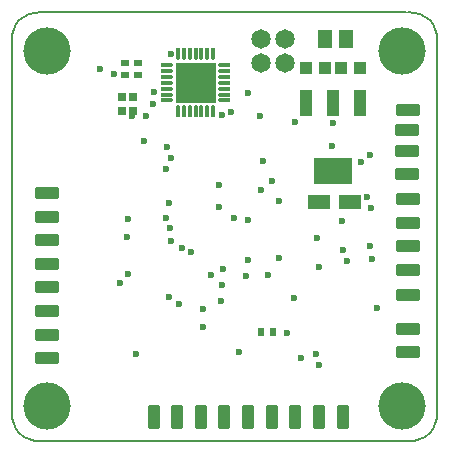
<source format=gbr>
G04 PROTEUS RS274X GERBER FILE*
%FSLAX45Y45*%
%MOMM*%
G01*
%ADD18C,0.600000*%
%ADD30C,4.000000*%
%AMPPAD034*
4,1,23,
-0.500000,-0.150000,
0.350000,-0.150000,
0.365590,-0.149240,
0.380670,-0.147020,
0.409030,-0.138430,
0.434540,-0.124790,
0.456640,-0.106640,
0.474790,-0.084540,
0.488430,-0.059030,
0.497020,-0.030670,
0.499240,-0.015590,
0.500000,0.000000,
0.499240,0.015590,
0.497020,0.030670,
0.488430,0.059030,
0.474790,0.084540,
0.456640,0.106640,
0.434540,0.124790,
0.409030,0.138430,
0.380670,0.147020,
0.365590,0.149240,
0.350000,0.150000,
-0.500000,0.150000,
-0.500000,-0.150000,
0*%
%ADD40PPAD034*%
%AMPPAD035*
4,1,23,
-0.150000,0.500000,
-0.150000,-0.350000,
-0.149240,-0.365590,
-0.147020,-0.380670,
-0.138430,-0.409030,
-0.124790,-0.434540,
-0.106640,-0.456640,
-0.084540,-0.474790,
-0.059030,-0.488430,
-0.030670,-0.497020,
-0.015590,-0.499240,
0.000000,-0.500000,
0.015590,-0.499240,
0.030670,-0.497020,
0.059030,-0.488430,
0.084540,-0.474790,
0.106640,-0.456640,
0.124790,-0.434540,
0.138430,-0.409030,
0.147020,-0.380670,
0.149240,-0.365590,
0.150000,-0.350000,
0.150000,0.500000,
-0.150000,0.500000,
0*%
%ADD41PPAD035*%
%AMPPAD036*
4,1,23,
0.500000,0.150000,
-0.350000,0.150000,
-0.365590,0.149240,
-0.380670,0.147020,
-0.409030,0.138430,
-0.434540,0.124790,
-0.456640,0.106640,
-0.474790,0.084540,
-0.488430,0.059030,
-0.497020,0.030670,
-0.499240,0.015590,
-0.500000,0.000000,
-0.499240,-0.015590,
-0.497020,-0.030670,
-0.488430,-0.059030,
-0.474790,-0.084540,
-0.456640,-0.106640,
-0.434540,-0.124790,
-0.409030,-0.138430,
-0.380670,-0.147020,
-0.365590,-0.149240,
-0.350000,-0.150000,
0.500000,-0.150000,
0.500000,0.150000,
0*%
%ADD42PPAD036*%
%AMPPAD037*
4,1,23,
0.150000,-0.500000,
0.150000,0.350000,
0.149240,0.365590,
0.147020,0.380670,
0.138430,0.409030,
0.124790,0.434540,
0.106640,0.456640,
0.084540,0.474790,
0.059030,0.488430,
0.030670,0.497020,
0.015590,0.499240,
0.000000,0.500000,
-0.015590,0.499240,
-0.030670,0.497020,
-0.059030,0.488430,
-0.084540,0.474790,
-0.106640,0.456640,
-0.124790,0.434540,
-0.138430,0.409030,
-0.147020,0.380670,
-0.149240,0.365590,
-0.150000,0.350000,
-0.150000,-0.500000,
0.150000,-0.500000,
0*%
%ADD43PPAD037*%
%AMPPAD065*
4,1,4,
-1.675000,-1.675000,
1.675000,-1.675000,
1.675000,1.675000,
-1.675000,1.675000,
-1.675000,-1.675000,
0*%
%ADD75PPAD065*%
%AMPPAD066*
4,1,4,
0.304800,-0.304800,
0.304800,0.304800,
-0.304800,0.304800,
-0.304800,-0.304800,
0.304800,-0.304800,
0*%
%ADD76PPAD066*%
%AMPPAD067*
4,1,4,
-0.304800,0.279400,
-0.304800,-0.279400,
0.304800,-0.279400,
0.304800,0.279400,
-0.304800,0.279400,
0*%
%ADD77PPAD067*%
%AMPPAD068*
4,1,4,
-0.571500,-0.723900,
0.571500,-0.723900,
0.571500,0.723900,
-0.571500,0.723900,
-0.571500,-0.723900,
0*%
%ADD78PPAD068*%
%AMPPAD069*
4,1,4,
0.469900,1.079500,
-0.469900,1.079500,
-0.469900,-1.079500,
0.469900,-1.079500,
0.469900,1.079500,
0*%
%ADD79PPAD069*%
%AMPPAD070*
4,1,4,
-1.625600,1.079500,
-1.625600,-1.079500,
1.625600,-1.079500,
1.625600,1.079500,
-1.625600,1.079500,
0*%
%ADD80PPAD070*%
%AMPPAD071*
4,1,4,
0.469900,0.495300,
-0.469900,0.495300,
-0.469900,-0.495300,
0.469900,-0.495300,
0.469900,0.495300,
0*%
%ADD81PPAD071*%
%AMPPAD072*
4,1,4,
0.901700,-0.622300,
0.901700,0.622300,
-0.901700,0.622300,
-0.901700,-0.622300,
0.901700,-0.622300,
0*%
%ADD82PPAD072*%
%AMPPAD026*
4,1,36,
-0.279400,1.016000,
0.279400,1.016000,
0.326140,1.011450,
0.369360,0.998360,
0.408240,0.977570,
0.441920,0.949920,
0.469570,0.916240,
0.490360,0.877360,
0.503450,0.834140,
0.508000,0.787400,
0.508000,-0.787400,
0.503450,-0.834140,
0.490360,-0.877360,
0.469570,-0.916240,
0.441920,-0.949920,
0.408240,-0.977570,
0.369360,-0.998360,
0.326140,-1.011450,
0.279400,-1.016000,
-0.279400,-1.016000,
-0.326140,-1.011450,
-0.369360,-0.998360,
-0.408240,-0.977570,
-0.441920,-0.949920,
-0.469570,-0.916240,
-0.490360,-0.877360,
-0.503450,-0.834140,
-0.508000,-0.787400,
-0.508000,0.787400,
-0.503450,0.834140,
-0.490360,0.877360,
-0.469570,0.916240,
-0.441920,0.949920,
-0.408240,0.977570,
-0.369360,0.998360,
-0.326140,1.011450,
-0.279400,1.016000,
0*%
%ADD32PPAD026*%
%AMPPAD027*
4,1,36,
1.016000,0.279400,
1.016000,-0.279400,
1.011450,-0.326140,
0.998360,-0.369360,
0.977570,-0.408240,
0.949920,-0.441920,
0.916240,-0.469570,
0.877360,-0.490360,
0.834140,-0.503450,
0.787400,-0.508000,
-0.787400,-0.508000,
-0.834140,-0.503450,
-0.877360,-0.490360,
-0.916240,-0.469570,
-0.949920,-0.441920,
-0.977570,-0.408240,
-0.998360,-0.369360,
-1.011450,-0.326140,
-1.016000,-0.279400,
-1.016000,0.279400,
-1.011450,0.326140,
-0.998360,0.369360,
-0.977570,0.408240,
-0.949920,0.441920,
-0.916240,0.469570,
-0.877360,0.490360,
-0.834140,0.503450,
-0.787400,0.508000,
0.787400,0.508000,
0.834140,0.503450,
0.877360,0.490360,
0.916240,0.469570,
0.949920,0.441920,
0.977570,0.408240,
0.998360,0.369360,
1.011450,0.326140,
1.016000,0.279400,
0*%
%ADD33PPAD027*%
%AMPPAD073*
4,1,4,
0.279400,0.304800,
-0.279400,0.304800,
-0.279400,-0.304800,
0.279400,-0.304800,
0.279400,0.304800,
0*%
%ADD83PPAD073*%
%ADD74C,1.651000*%
%ADD13C,0.203200*%
D18*
X+1900823Y+1898135D03*
X+902641Y+2655444D03*
X+893163Y+2553261D03*
X+1685628Y+1095824D03*
X+563009Y+2806884D03*
X+1806531Y+1819189D03*
X+1030239Y+1713743D03*
X+1007892Y+2002799D03*
X+1050823Y+2098135D03*
X+2422271Y+2387202D03*
X+2543326Y+2057053D03*
X+2414347Y+2200031D03*
X+1390441Y+1100919D03*
X+1322057Y+819241D03*
X+2033474Y+609913D03*
X+721411Y+2452511D03*
X+1621790Y+450272D03*
X+2505288Y+1312153D03*
X+2280000Y+1420000D03*
X+835623Y+2452976D03*
X+1703926Y+1567791D03*
X+750823Y+438135D03*
X+2300000Y+340000D03*
X+1470000Y+880000D03*
X+1490823Y+1158135D03*
X+1800823Y+2448135D03*
X+1700823Y+2648135D03*
X+2730000Y+2120000D03*
X+2795375Y+822687D03*
X+1963312Y+1247819D03*
X+1560000Y+2480000D03*
X+450000Y+2850000D03*
X+1482934Y+2457686D03*
X+2498776Y+1556793D03*
X+1047080Y+2974179D03*
X+1012219Y+2191131D03*
X+821510Y+2237448D03*
X+2300000Y+1720000D03*
X+684976Y+1573884D03*
X+1870000Y+1100000D03*
X+2092523Y+905535D03*
X+2304027Y+1175239D03*
X+1454903Y+1869124D03*
X+1699805Y+1227114D03*
X+1825798Y+2071445D03*
X+1030000Y+920000D03*
X+1117727Y+855682D03*
X+1050000Y+1390000D03*
X+1036410Y+1504020D03*
X+1002548Y+1587452D03*
X+1582900Y+1583307D03*
X+1220000Y+1300000D03*
X+620000Y+1040000D03*
X+1453641Y+1681342D03*
X+1140000Y+1330000D03*
X+680000Y+1110000D03*
X+1480000Y+1020000D03*
X+1317823Y+664235D03*
X+1960000Y+1730000D03*
X+2660000Y+2060000D03*
X+2590000Y+1730000D03*
X+2710000Y+1760000D03*
X+2100823Y+2398135D03*
X+2271346Y+436956D03*
X+2748165Y+1236247D03*
X+2540047Y+1225819D03*
X+2150823Y+400000D03*
X+2730000Y+1350000D03*
X+2744740Y+1667174D03*
X+674332Y+1429095D03*
D30*
X+823Y-1865D03*
X+823Y+2998135D03*
X+3000823Y+2998135D03*
X+3000823Y-1865D03*
D40*
X+1015623Y+2581935D03*
X+1015623Y+2631935D03*
X+1015623Y+2681935D03*
X+1015623Y+2731935D03*
X+1015623Y+2781935D03*
X+1015623Y+2831935D03*
X+1015623Y+2881935D03*
D41*
X+1105623Y+2971935D03*
X+1155623Y+2971935D03*
X+1205623Y+2971935D03*
X+1255623Y+2971935D03*
X+1305623Y+2971935D03*
X+1355623Y+2971935D03*
X+1405623Y+2971935D03*
D42*
X+1495623Y+2881935D03*
X+1495623Y+2831935D03*
X+1495623Y+2781935D03*
X+1495623Y+2731935D03*
X+1495623Y+2681935D03*
X+1495623Y+2631935D03*
X+1495623Y+2581935D03*
D43*
X+1405623Y+2491935D03*
X+1355623Y+2491935D03*
X+1305623Y+2491935D03*
X+1255623Y+2491935D03*
X+1205623Y+2491935D03*
X+1155623Y+2491935D03*
X+1105623Y+2491935D03*
D75*
X+1255623Y+2731935D03*
D76*
X+722023Y+2493035D03*
X+632023Y+2493035D03*
X+722023Y+2612931D03*
X+632023Y+2612931D03*
D77*
X+657423Y+2899435D03*
X+657423Y+2799435D03*
X+771723Y+2797835D03*
X+771723Y+2897835D03*
D78*
X+2350823Y+3098135D03*
X+2530823Y+3098135D03*
D79*
X+2190823Y+2560195D03*
X+2420823Y+2560195D03*
X+2650823Y+2560195D03*
D80*
X+2420823Y+1980195D03*
D81*
X+2350823Y+2860195D03*
X+2190823Y+2860195D03*
X+2650823Y+2860195D03*
X+2490823Y+2860195D03*
D82*
X+2560000Y+1720000D03*
X+2300000Y+1720000D03*
D32*
X+1500823Y-101865D03*
X+1700823Y-101865D03*
X+1900823Y-101865D03*
X+2100823Y-101865D03*
X+2300823Y-101865D03*
X+2500823Y-101865D03*
D33*
X+823Y+798135D03*
X+823Y+598135D03*
X+823Y+398135D03*
X+823Y+1398135D03*
X+823Y+1198135D03*
X+823Y+998135D03*
X+823Y+1798135D03*
X+823Y+1598135D03*
X+3050000Y+2150000D03*
X+3050000Y+2330000D03*
X+3050823Y+2498135D03*
X+3050823Y+448135D03*
X+3050823Y+648135D03*
X+3050823Y+1148135D03*
X+3050823Y+1348135D03*
X+3050823Y+1548135D03*
X+3050823Y+1748135D03*
D32*
X+1300823Y-101865D03*
X+1100823Y-101865D03*
X+900823Y-101865D03*
D83*
X+1910823Y+618135D03*
X+1810823Y+618135D03*
D33*
X+3050000Y+1960000D03*
X+3050823Y+938135D03*
D74*
X+2010000Y+2900000D03*
X+1810000Y+2900000D03*
X+2010000Y+3100000D03*
X+1810000Y+3100000D03*
D13*
X-299177Y+3078135D02*
X-295100Y+3135532D01*
X-282966Y+3185752D01*
X-262922Y+3228648D01*
X-235114Y+3264072D01*
X-199689Y+3291880D01*
X-156794Y+3311924D01*
X-106574Y+3324058D01*
X-49177Y+3328135D01*
X+3050823Y+3328135D02*
X+3108220Y+3324058D01*
X+3158440Y+3311924D01*
X+3201335Y+3291880D01*
X+3236760Y+3264072D01*
X+3264568Y+3228648D01*
X+3284612Y+3185752D01*
X+3296746Y+3135532D01*
X+3300823Y+3078135D01*
X+3300823Y-51865D02*
X+3296746Y-109262D01*
X+3284612Y-159482D01*
X+3264568Y-202378D01*
X+3236760Y-237802D01*
X+3201335Y-265610D01*
X+3158440Y-285654D01*
X+3108220Y-297788D01*
X+3050823Y-301865D01*
X-49177Y-301865D02*
X-106574Y-297788D01*
X-156794Y-285654D01*
X-199689Y-265610D01*
X-235114Y-237802D01*
X-262922Y-202378D01*
X-282966Y-159482D01*
X-295100Y-109262D01*
X-299177Y-51865D01*
X-49177Y-301865D02*
X+3050823Y-301865D01*
X-299177Y-51865D02*
X-299177Y+3098135D01*
X-59177Y+3328135D02*
X+3040823Y+3328135D01*
X+3300823Y+3098135D02*
X+3300823Y-51865D01*
M02*

</source>
